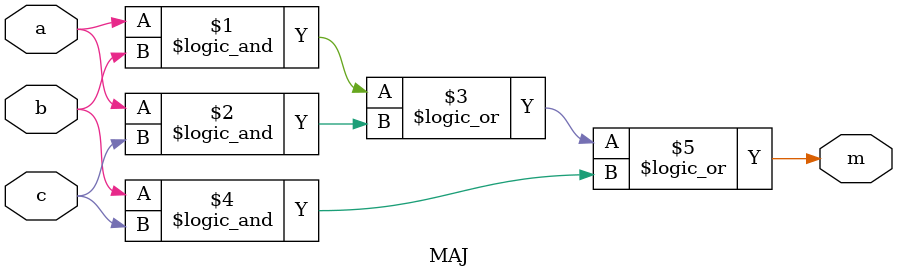
<source format=v>

module MAJ (a, b, c, m);
    input a, b, c;
    output m;

    assign m = a && b || a && c || b && c;
endmodule
</source>
